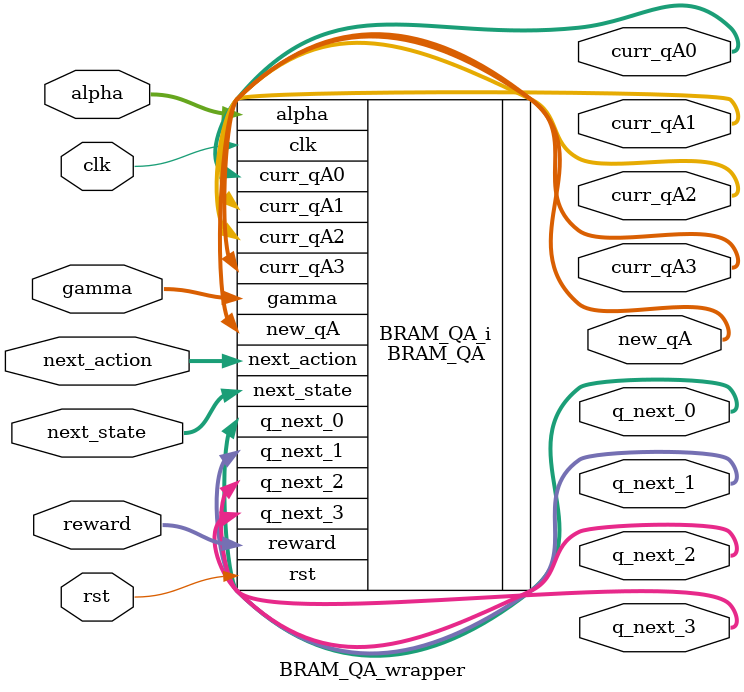
<source format=v>
`timescale 1 ps / 1 ps

module BRAM_QA_wrapper
   (alpha,
    clk,
    curr_qA0,
    curr_qA1,
    curr_qA2,
    curr_qA3,
    gamma,
    new_qA,
    next_action,
    next_state,
    q_next_0,
    q_next_1,
    q_next_2,
    q_next_3,
    reward,
    rst);
  input [2:0]alpha;
  input clk;
  output [31:0]curr_qA0;
  output [31:0]curr_qA1;
  output [31:0]curr_qA2;
  output [31:0]curr_qA3;
  input [2:0]gamma;
  output [31:0]new_qA;
  input [1:0]next_action;
  input [31:0]next_state;
  output [31:0]q_next_0;
  output [31:0]q_next_1;
  output [31:0]q_next_2;
  output [31:0]q_next_3;
  input [31:0]reward;
  input rst;

  wire [2:0]alpha;
  wire clk;
  wire [31:0]curr_qA0;
  wire [31:0]curr_qA1;
  wire [31:0]curr_qA2;
  wire [31:0]curr_qA3;
  wire [2:0]gamma;
  wire [31:0]new_qA;
  wire [1:0]next_action;
  wire [31:0]next_state;
  wire [31:0]q_next_0;
  wire [31:0]q_next_1;
  wire [31:0]q_next_2;
  wire [31:0]q_next_3;
  wire [31:0]reward;
  wire rst;

  BRAM_QA BRAM_QA_i
       (.alpha(alpha),
        .clk(clk),
        .curr_qA0(curr_qA0),
        .curr_qA1(curr_qA1),
        .curr_qA2(curr_qA2),
        .curr_qA3(curr_qA3),
        .gamma(gamma),
        .new_qA(new_qA),
        .next_action(next_action),
        .next_state(next_state),
        .q_next_0(q_next_0),
        .q_next_1(q_next_1),
        .q_next_2(q_next_2),
        .q_next_3(q_next_3),
        .reward(reward),
        .rst(rst));
endmodule

</source>
